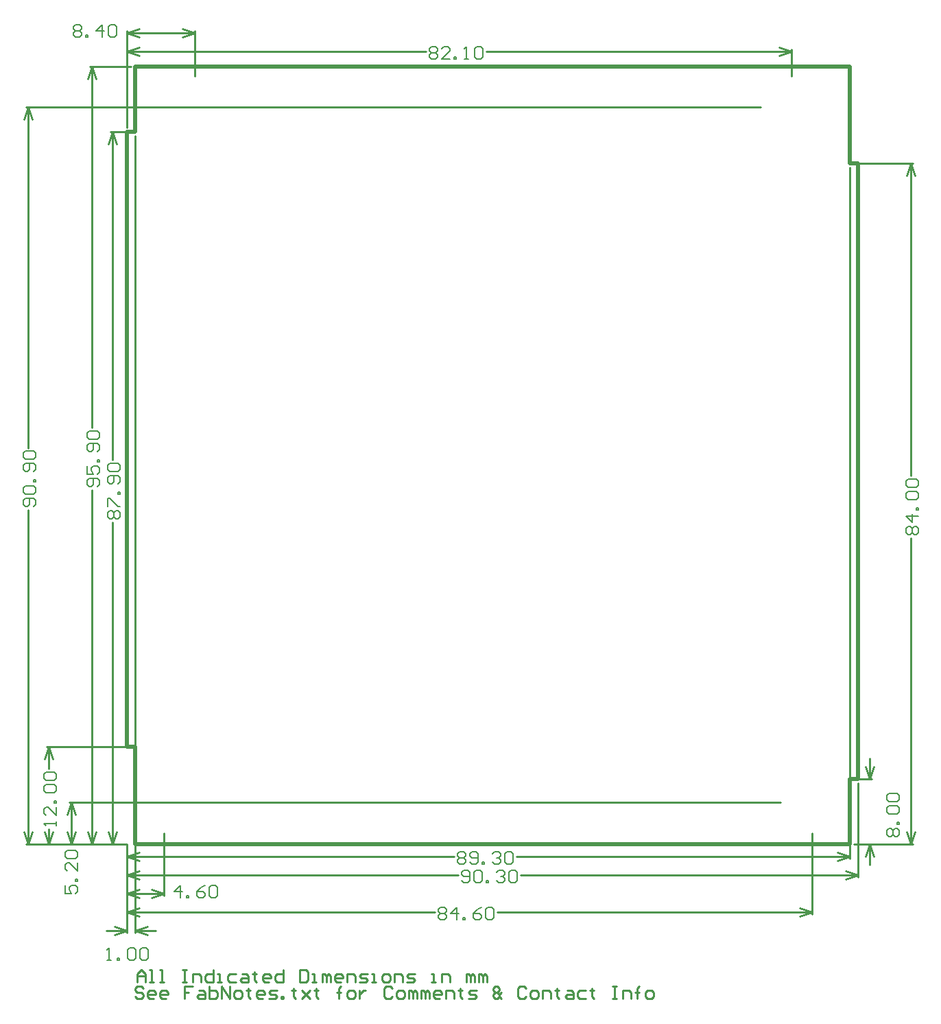
<source format=gm1>
%FSLAX25Y25*%
%MOIN*%
G70*
G01*
G75*
G04 Layer_Color=16711935*
%ADD10C,0.04000*%
G04:AMPARAMS|DCode=11|XSize=9.84mil|YSize=61.02mil|CornerRadius=0mil|HoleSize=0mil|Usage=FLASHONLY|Rotation=45.000|XOffset=0mil|YOffset=0mil|HoleType=Round|Shape=Round|*
%AMOVALD11*
21,1,0.05118,0.00984,0.00000,0.00000,135.0*
1,1,0.00984,0.01810,-0.01810*
1,1,0.00984,-0.01810,0.01810*
%
%ADD11OVALD11*%

G04:AMPARAMS|DCode=12|XSize=9.84mil|YSize=61.02mil|CornerRadius=0mil|HoleSize=0mil|Usage=FLASHONLY|Rotation=315.000|XOffset=0mil|YOffset=0mil|HoleType=Round|Shape=Round|*
%AMOVALD12*
21,1,0.05118,0.00984,0.00000,0.00000,45.0*
1,1,0.00984,-0.01810,-0.01810*
1,1,0.00984,0.01810,0.01810*
%
%ADD12OVALD12*%

%ADD13R,0.04528X0.05709*%
%ADD14R,0.05315X0.06102*%
%ADD15R,0.04134X0.05512*%
%ADD16R,0.03347X0.05118*%
%ADD17R,0.05118X0.06102*%
%ADD18O,0.02362X0.08661*%
%ADD19R,0.04528X0.03937*%
%ADD20R,0.03740X0.05315*%
%ADD21R,0.07500X0.04300*%
%ADD22R,0.03500X0.03900*%
%ADD23R,0.05709X0.04528*%
%ADD24R,0.05118X0.03347*%
%ADD25R,0.09449X0.02992*%
%ADD26R,0.07500X0.02800*%
%ADD27R,0.02800X0.07500*%
%ADD28O,0.07480X0.02362*%
%ADD29C,0.00800*%
%ADD30C,0.01600*%
%ADD31C,0.00787*%
%ADD32C,0.27559*%
%ADD33C,0.18740*%
%ADD34R,0.06654X0.06654*%
%ADD35C,0.06654*%
%ADD36C,0.07000*%
%ADD37R,0.07000X0.07000*%
%ADD38C,0.11500*%
%ADD39C,0.01800*%
%ADD40C,0.04000*%
%ADD41C,0.16598*%
G04:AMPARAMS|DCode=42|XSize=185.197mil|YSize=185.197mil|CornerRadius=0mil|HoleSize=0mil|Usage=FLASHONLY|Rotation=0.000|XOffset=0mil|YOffset=0mil|HoleType=Round|Shape=Relief|Width=10mil|Gap=10mil|Entries=4|*
%AMTHD42*
7,0,0,0.18520,0.16520,0.01000,45*
%
%ADD42THD42*%
%ADD43C,0.08291*%
G04:AMPARAMS|DCode=44|XSize=102.913mil|YSize=102.913mil|CornerRadius=0mil|HoleSize=0mil|Usage=FLASHONLY|Rotation=0.000|XOffset=0mil|YOffset=0mil|HoleType=Round|Shape=Relief|Width=10mil|Gap=10mil|Entries=4|*
%AMTHD44*
7,0,0,0.10291,0.08291,0.01000,45*
%
%ADD44THD44*%
%ADD45C,0.08700*%
G04:AMPARAMS|DCode=46|XSize=107mil|YSize=107mil|CornerRadius=0mil|HoleSize=0mil|Usage=FLASHONLY|Rotation=0.000|XOffset=0mil|YOffset=0mil|HoleType=Round|Shape=Relief|Width=10mil|Gap=10mil|Entries=4|*
%AMTHD46*
7,0,0,0.10700,0.08700,0.01000,45*
%
%ADD46THD46*%
%ADD47C,0.12000*%
G04:AMPARAMS|DCode=48|XSize=140mil|YSize=140mil|CornerRadius=0mil|HoleSize=0mil|Usage=FLASHONLY|Rotation=0.000|XOffset=0mil|YOffset=0mil|HoleType=Round|Shape=Relief|Width=10mil|Gap=10mil|Entries=4|*
%AMTHD48*
7,0,0,0.14000,0.12000,0.01000,45*
%
%ADD48THD48*%
G04:AMPARAMS|DCode=49|XSize=68mil|YSize=68mil|CornerRadius=0mil|HoleSize=0mil|Usage=FLASHONLY|Rotation=0.000|XOffset=0mil|YOffset=0mil|HoleType=Round|Shape=Relief|Width=10mil|Gap=10mil|Entries=4|*
%AMTHD49*
7,0,0,0.06800,0.04800,0.01000,45*
%
%ADD49THD49*%
%ADD50C,0.04800*%
%ADD51C,0.16520*%
%ADD52C,0.00984*%
%ADD53C,0.02362*%
%ADD54C,0.01000*%
%ADD55C,0.01575*%
%ADD56C,0.01969*%
%ADD57C,0.03000*%
%ADD58C,0.00200*%
%ADD59C,0.00591*%
G04:AMPARAMS|DCode=60|XSize=17.84mil|YSize=69.02mil|CornerRadius=0mil|HoleSize=0mil|Usage=FLASHONLY|Rotation=45.000|XOffset=0mil|YOffset=0mil|HoleType=Round|Shape=Round|*
%AMOVALD60*
21,1,0.05118,0.01784,0.00000,0.00000,135.0*
1,1,0.01784,0.01810,-0.01810*
1,1,0.01784,-0.01810,0.01810*
%
%ADD60OVALD60*%

G04:AMPARAMS|DCode=61|XSize=17.84mil|YSize=69.02mil|CornerRadius=0mil|HoleSize=0mil|Usage=FLASHONLY|Rotation=315.000|XOffset=0mil|YOffset=0mil|HoleType=Round|Shape=Round|*
%AMOVALD61*
21,1,0.05118,0.01784,0.00000,0.00000,45.0*
1,1,0.01784,-0.01810,-0.01810*
1,1,0.01784,0.01810,0.01810*
%
%ADD61OVALD61*%

%ADD62R,0.05328X0.06509*%
%ADD63R,0.06115X0.06902*%
%ADD64R,0.04934X0.06312*%
%ADD65R,0.04147X0.05918*%
%ADD66R,0.05918X0.06902*%
%ADD67O,0.03162X0.09461*%
%ADD68R,0.05328X0.04737*%
%ADD69R,0.04540X0.06115*%
%ADD70R,0.08300X0.05100*%
%ADD71R,0.04300X0.04700*%
%ADD72R,0.06509X0.05328*%
%ADD73R,0.05918X0.04147*%
%ADD74R,0.10249X0.03792*%
%ADD75R,0.08300X0.03600*%
%ADD76R,0.03600X0.08300*%
%ADD77O,0.08280X0.03162*%
%ADD78C,0.28359*%
%ADD79C,0.19540*%
%ADD80R,0.07453X0.07453*%
%ADD81C,0.07453*%
%ADD82C,0.07800*%
%ADD83R,0.07800X0.07800*%
%ADD84C,0.12300*%
%ADD85C,0.02600*%
%ADD86C,0.01969*%
%ADD87C,0.00600*%
D54*
X-39000Y0D02*
X0D01*
X-39000Y47244D02*
X1953D01*
X-38000Y0D02*
Y7426D01*
Y36618D02*
Y47244D01*
Y0D02*
X-36000Y6000D01*
X-40000D02*
X-38000Y0D01*
X-40000Y41244D02*
X-38000Y47244D01*
X-36000Y41244D01*
X-8000Y0D02*
X0D01*
X-8000Y346063D02*
X1953D01*
X-7000Y0D02*
Y156336D01*
Y186527D02*
Y346063D01*
Y0D02*
X-5000Y6000D01*
X-9000D02*
X-7000Y0D01*
X-9000Y340063D02*
X-7000Y346063D01*
X-5000Y340063D01*
X-18000Y0D02*
X0D01*
X-18000Y377559D02*
X1953D01*
X-17000Y0D02*
Y172084D01*
Y202275D02*
Y377559D01*
Y0D02*
X-15000Y6000D01*
X-19000D02*
X-17000Y0D01*
X-19000Y371559D02*
X-17000Y377559D01*
X-15000Y371559D01*
X0Y-16000D02*
Y0D01*
X355512Y-16000D02*
Y29512D01*
X0Y-15000D02*
X161060D01*
X191252D02*
X355512D01*
X0D02*
X6000Y-17000D01*
X0Y-15000D02*
X6000Y-13000D01*
X349512D02*
X355512Y-15000D01*
X349512Y-17000D02*
X355512Y-15000D01*
X3937Y-43000D02*
Y344079D01*
X0Y-43000D02*
Y0D01*
X-10000Y-42000D02*
X0D01*
X3937D02*
X13937D01*
X-6000Y-40000D02*
X0Y-42000D01*
X-6000Y-44000D02*
X0Y-42000D01*
X3937D02*
X9937Y-44000D01*
X3937Y-42000D02*
X9937Y-40000D01*
X351575Y-7000D02*
Y328724D01*
X0Y-7000D02*
Y0D01*
X189283Y-6000D02*
X351575D01*
X0D02*
X159092D01*
X345575Y-4000D02*
X351575Y-6000D01*
X345575Y-8000D02*
X351575Y-6000D01*
X0D02*
X6000Y-8000D01*
X0Y-6000D02*
X6000Y-4000D01*
X353559Y31496D02*
X362000D01*
X353559Y0D02*
X362000D01*
X361000Y-10000D02*
Y0D01*
Y31496D02*
Y41496D01*
X359000Y-6000D02*
X361000Y0D01*
X363000Y-6000D01*
X361000Y31496D02*
X363000Y37496D01*
X359000D02*
X361000Y31496D01*
X353559Y330709D02*
X382000D01*
X353559Y0D02*
X382000D01*
X381000Y178850D02*
Y330709D01*
Y0D02*
Y148659D01*
X379000Y324709D02*
X381000Y330709D01*
X383000Y324709D01*
X381000Y0D02*
X383000Y6000D01*
X379000D02*
X381000Y0D01*
X18110Y-25000D02*
Y5293D01*
X0Y-25000D02*
Y0D01*
X9055Y-24000D02*
X18110D01*
X0D02*
X9055D01*
X12110Y-22000D02*
X18110Y-24000D01*
X12110Y-26000D02*
X18110Y-24000D01*
X0D02*
X6000Y-26000D01*
X0Y-24000D02*
X6000Y-22000D01*
X333071Y-34000D02*
Y5293D01*
X0Y-34000D02*
Y0D01*
X180031Y-33000D02*
X333071D01*
X0D02*
X149840D01*
X327071Y-31000D02*
X333071Y-33000D01*
X327071Y-35000D02*
X333071Y-33000D01*
X0D02*
X6000Y-35000D01*
X0Y-33000D02*
X6000Y-31000D01*
X-28000Y0D02*
X0D01*
X-28000Y20472D02*
X317891D01*
X-27000Y0D02*
Y10236D01*
Y20472D01*
Y0D02*
X-25000Y6000D01*
X-29000D02*
X-27000Y0D01*
X-29000Y14472D02*
X-27000Y20472D01*
X-25000Y14472D01*
X-49000Y357874D02*
X308049D01*
X-49000Y0D02*
X0D01*
X-48000Y192433D02*
Y357874D01*
Y0D02*
Y162241D01*
X-50000Y351874D02*
X-48000Y357874D01*
X-46000Y351874D01*
X-48000Y0D02*
X-46000Y6000D01*
X-50000D02*
X-48000Y0D01*
X33071Y373054D02*
Y395000D01*
X0Y348047D02*
Y395000D01*
X16535Y394000D02*
X33071D01*
X0D02*
X16535D01*
X27071Y396000D02*
X33071Y394000D01*
X27071Y392000D02*
X33071Y394000D01*
X0D02*
X6000Y392000D01*
X0Y394000D02*
X6000Y396000D01*
X323228Y373054D02*
Y386000D01*
X0Y348047D02*
Y386000D01*
X174610Y385000D02*
X323228D01*
X0D02*
X145418D01*
X317228Y387000D02*
X323228Y385000D01*
X317228Y383000D02*
X323228Y385000D01*
X0D02*
X6000Y383000D01*
X0Y385000D02*
X6000Y387000D01*
X7999Y-70002D02*
X6999Y-69002D01*
X5000D01*
X4000Y-70002D01*
Y-71001D01*
X5000Y-72001D01*
X6999D01*
X7999Y-73001D01*
Y-74000D01*
X6999Y-75000D01*
X5000D01*
X4000Y-74000D01*
X12997Y-75000D02*
X10998D01*
X9998Y-74000D01*
Y-72001D01*
X10998Y-71001D01*
X12997D01*
X13997Y-72001D01*
Y-73001D01*
X9998D01*
X18995Y-75000D02*
X16996D01*
X15996Y-74000D01*
Y-72001D01*
X16996Y-71001D01*
X18995D01*
X19995Y-72001D01*
Y-73001D01*
X15996D01*
X31991Y-69002D02*
X27992D01*
Y-72001D01*
X29992D01*
X27992D01*
Y-75000D01*
X34990Y-71001D02*
X36989D01*
X37989Y-72001D01*
Y-75000D01*
X34990D01*
X33990Y-74000D01*
X34990Y-73001D01*
X37989D01*
X39988Y-69002D02*
Y-75000D01*
X42987D01*
X43987Y-74000D01*
Y-73001D01*
Y-72001D01*
X42987Y-71001D01*
X39988D01*
X45986Y-75000D02*
Y-69002D01*
X49985Y-75000D01*
Y-69002D01*
X52984Y-75000D02*
X54984D01*
X55983Y-74000D01*
Y-72001D01*
X54984Y-71001D01*
X52984D01*
X51985Y-72001D01*
Y-74000D01*
X52984Y-75000D01*
X58982Y-70002D02*
Y-71001D01*
X57982D01*
X59982D01*
X58982D01*
Y-74000D01*
X59982Y-75000D01*
X65980D02*
X63981D01*
X62981Y-74000D01*
Y-72001D01*
X63981Y-71001D01*
X65980D01*
X66980Y-72001D01*
Y-73001D01*
X62981D01*
X68979Y-75000D02*
X71978D01*
X72978Y-74000D01*
X71978Y-73001D01*
X69979D01*
X68979Y-72001D01*
X69979Y-71001D01*
X72978D01*
X74977Y-75000D02*
Y-74000D01*
X75977D01*
Y-75000D01*
X74977D01*
X80975Y-70002D02*
Y-71001D01*
X79975D01*
X81975D01*
X80975D01*
Y-74000D01*
X81975Y-75000D01*
X84974Y-71001D02*
X88973Y-75000D01*
X86973Y-73001D01*
X88973Y-71001D01*
X84974Y-75000D01*
X91971Y-70002D02*
Y-71001D01*
X90972D01*
X92971D01*
X91971D01*
Y-74000D01*
X92971Y-75000D01*
X102968D02*
Y-70002D01*
Y-72001D01*
X101968D01*
X103968D01*
X102968D01*
Y-70002D01*
X103968Y-69002D01*
X107966Y-75000D02*
X109966D01*
X110965Y-74000D01*
Y-72001D01*
X109966Y-71001D01*
X107966D01*
X106967Y-72001D01*
Y-74000D01*
X107966Y-75000D01*
X112965Y-71001D02*
Y-75000D01*
Y-73001D01*
X113964Y-72001D01*
X114964Y-71001D01*
X115964D01*
X128960Y-70002D02*
X127960Y-69002D01*
X125961D01*
X124961Y-70002D01*
Y-74000D01*
X125961Y-75000D01*
X127960D01*
X128960Y-74000D01*
X131959Y-75000D02*
X133958D01*
X134958Y-74000D01*
Y-72001D01*
X133958Y-71001D01*
X131959D01*
X130959Y-72001D01*
Y-74000D01*
X131959Y-75000D01*
X136957D02*
Y-71001D01*
X137957D01*
X138956Y-72001D01*
Y-75000D01*
Y-72001D01*
X139956Y-71001D01*
X140956Y-72001D01*
Y-75000D01*
X142955D02*
Y-71001D01*
X143955D01*
X144954Y-72001D01*
Y-75000D01*
Y-72001D01*
X145954Y-71001D01*
X146954Y-72001D01*
Y-75000D01*
X151952D02*
X149953D01*
X148953Y-74000D01*
Y-72001D01*
X149953Y-71001D01*
X151952D01*
X152952Y-72001D01*
Y-73001D01*
X148953D01*
X154951Y-75000D02*
Y-71001D01*
X157950D01*
X158950Y-72001D01*
Y-75000D01*
X161949Y-70002D02*
Y-71001D01*
X160949D01*
X162949D01*
X161949D01*
Y-74000D01*
X162949Y-75000D01*
X165948D02*
X168947D01*
X169946Y-74000D01*
X168947Y-73001D01*
X166947D01*
X165948Y-72001D01*
X166947Y-71001D01*
X169946D01*
X181942Y-75000D02*
X180943Y-74000D01*
X179943Y-75000D01*
X178943D01*
X177944Y-74000D01*
Y-73001D01*
X178943Y-72001D01*
X177944Y-71001D01*
Y-70002D01*
X178943Y-69002D01*
X179943D01*
X180943Y-70002D01*
Y-71001D01*
X179943Y-72001D01*
X180943Y-73001D01*
Y-74000D01*
X181942Y-72001D02*
X180943Y-73001D01*
X178943Y-72001D02*
X179943D01*
X193939Y-70002D02*
X192939Y-69002D01*
X190939D01*
X189940Y-70002D01*
Y-74000D01*
X190939Y-75000D01*
X192939D01*
X193939Y-74000D01*
X196938Y-75000D02*
X198937D01*
X199937Y-74000D01*
Y-72001D01*
X198937Y-71001D01*
X196938D01*
X195938Y-72001D01*
Y-74000D01*
X196938Y-75000D01*
X201936D02*
Y-71001D01*
X204935D01*
X205935Y-72001D01*
Y-75000D01*
X208934Y-70002D02*
Y-71001D01*
X207934D01*
X209933D01*
X208934D01*
Y-74000D01*
X209933Y-75000D01*
X213932Y-71001D02*
X215931D01*
X216931Y-72001D01*
Y-75000D01*
X213932D01*
X212932Y-74000D01*
X213932Y-73001D01*
X216931D01*
X222929Y-71001D02*
X219930D01*
X218931Y-72001D01*
Y-74000D01*
X219930Y-75000D01*
X222929D01*
X225928Y-70002D02*
Y-71001D01*
X224928D01*
X226928D01*
X225928D01*
Y-74000D01*
X226928Y-75000D01*
X235925Y-69002D02*
X237924D01*
X236925D01*
Y-75000D01*
X235925D01*
X237924D01*
X240923D02*
Y-71001D01*
X243922D01*
X244922Y-72001D01*
Y-75000D01*
X247921D02*
Y-70002D01*
Y-72001D01*
X246921D01*
X248921D01*
X247921D01*
Y-70002D01*
X248921Y-69002D01*
X252920Y-75000D02*
X254919D01*
X255919Y-74000D01*
Y-72001D01*
X254919Y-71001D01*
X252920D01*
X251920Y-72001D01*
Y-74000D01*
X252920Y-75000D01*
X5000Y-67000D02*
Y-63001D01*
X6999Y-61002D01*
X8999Y-63001D01*
Y-67000D01*
Y-64001D01*
X5000D01*
X10998Y-67000D02*
X12997D01*
X11998D01*
Y-61002D01*
X10998D01*
X15996Y-67000D02*
X17996D01*
X16996D01*
Y-61002D01*
X15996D01*
X26993D02*
X28992D01*
X27993D01*
Y-67000D01*
X26993D01*
X28992D01*
X31991D02*
Y-63001D01*
X34990D01*
X35990Y-64001D01*
Y-67000D01*
X41988Y-61002D02*
Y-67000D01*
X38989D01*
X37989Y-66000D01*
Y-64001D01*
X38989Y-63001D01*
X41988D01*
X43987Y-67000D02*
X45987D01*
X44987D01*
Y-63001D01*
X43987D01*
X52984D02*
X49985D01*
X48986Y-64001D01*
Y-66000D01*
X49985Y-67000D01*
X52984D01*
X55984Y-63001D02*
X57983D01*
X58982Y-64001D01*
Y-67000D01*
X55984D01*
X54984Y-66000D01*
X55984Y-65001D01*
X58982D01*
X61982Y-62002D02*
Y-63001D01*
X60982D01*
X62981D01*
X61982D01*
Y-66000D01*
X62981Y-67000D01*
X68979D02*
X66980D01*
X65980Y-66000D01*
Y-64001D01*
X66980Y-63001D01*
X68979D01*
X69979Y-64001D01*
Y-65001D01*
X65980D01*
X75977Y-61002D02*
Y-67000D01*
X72978D01*
X71978Y-66000D01*
Y-64001D01*
X72978Y-63001D01*
X75977D01*
X83974Y-61002D02*
Y-67000D01*
X86974D01*
X87973Y-66000D01*
Y-62002D01*
X86974Y-61002D01*
X83974D01*
X89973Y-67000D02*
X91972D01*
X90972D01*
Y-63001D01*
X89973D01*
X94971Y-67000D02*
Y-63001D01*
X95971D01*
X96970Y-64001D01*
Y-67000D01*
Y-64001D01*
X97970Y-63001D01*
X98970Y-64001D01*
Y-67000D01*
X103968D02*
X101969D01*
X100969Y-66000D01*
Y-64001D01*
X101969Y-63001D01*
X103968D01*
X104968Y-64001D01*
Y-65001D01*
X100969D01*
X106967Y-67000D02*
Y-63001D01*
X109966D01*
X110966Y-64001D01*
Y-67000D01*
X112965D02*
X115964D01*
X116964Y-66000D01*
X115964Y-65001D01*
X113965D01*
X112965Y-64001D01*
X113965Y-63001D01*
X116964D01*
X118963Y-67000D02*
X120963D01*
X119963D01*
Y-63001D01*
X118963D01*
X124961Y-67000D02*
X126961D01*
X127960Y-66000D01*
Y-64001D01*
X126961Y-63001D01*
X124961D01*
X123961Y-64001D01*
Y-66000D01*
X124961Y-67000D01*
X129960D02*
Y-63001D01*
X132959D01*
X133958Y-64001D01*
Y-67000D01*
X135958D02*
X138957D01*
X139956Y-66000D01*
X138957Y-65001D01*
X136957D01*
X135958Y-64001D01*
X136957Y-63001D01*
X139956D01*
X147954Y-67000D02*
X149953D01*
X148953D01*
Y-63001D01*
X147954D01*
X152952Y-67000D02*
Y-63001D01*
X155951D01*
X156951Y-64001D01*
Y-67000D01*
X164948D02*
Y-63001D01*
X165948D01*
X166948Y-64001D01*
Y-67000D01*
Y-64001D01*
X167947Y-63001D01*
X168947Y-64001D01*
Y-67000D01*
X170946D02*
Y-63001D01*
X171946D01*
X172946Y-64001D01*
Y-67000D01*
Y-64001D01*
X173945Y-63001D01*
X174945Y-64001D01*
Y-67000D01*
D86*
X3937Y0D02*
Y47244D01*
X0D02*
X3937D01*
X0D02*
Y346063D01*
X3937D01*
Y377559D01*
X351575D01*
Y330709D02*
Y377559D01*
X355512Y31496D02*
Y330709D01*
X351575Y31496D02*
X355512D01*
X351575Y0D02*
Y31496D01*
X15000Y0D02*
X351575D01*
X3937D02*
X15000D01*
X351575Y330709D02*
X355512D01*
D87*
X-34401Y9026D02*
Y11026D01*
Y10026D01*
X-40399D01*
X-39399Y9026D01*
X-34401Y18023D02*
Y14025D01*
X-38400Y18023D01*
X-39399D01*
X-40399Y17024D01*
Y15024D01*
X-39399Y14025D01*
X-34401Y20023D02*
X-35401D01*
Y21022D01*
X-34401D01*
Y20023D01*
X-39399Y25021D02*
X-40399Y26021D01*
Y28020D01*
X-39399Y29020D01*
X-35401D01*
X-34401Y28020D01*
Y26021D01*
X-35401Y25021D01*
X-39399D01*
Y31019D02*
X-40399Y32019D01*
Y34018D01*
X-39399Y35018D01*
X-35401D01*
X-34401Y34018D01*
Y32019D01*
X-35401Y31019D01*
X-39399D01*
X-8399Y157936D02*
X-9399Y158935D01*
Y160935D01*
X-8399Y161935D01*
X-7400D01*
X-6400Y160935D01*
X-5400Y161935D01*
X-4401D01*
X-3401Y160935D01*
Y158935D01*
X-4401Y157936D01*
X-5400D01*
X-6400Y158935D01*
X-7400Y157936D01*
X-8399D01*
X-6400Y158935D02*
Y160935D01*
X-9399Y163934D02*
Y167933D01*
X-8399D01*
X-4401Y163934D01*
X-3401D01*
Y169932D02*
X-4401D01*
Y170932D01*
X-3401D01*
Y169932D01*
X-4401Y174930D02*
X-3401Y175930D01*
Y177929D01*
X-4401Y178929D01*
X-8399D01*
X-9399Y177929D01*
Y175930D01*
X-8399Y174930D01*
X-7400D01*
X-6400Y175930D01*
Y178929D01*
X-8399Y180928D02*
X-9399Y181928D01*
Y183927D01*
X-8399Y184927D01*
X-4401D01*
X-3401Y183927D01*
Y181928D01*
X-4401Y180928D01*
X-8399D01*
X-14401Y173684D02*
X-13401Y174683D01*
Y176683D01*
X-14401Y177683D01*
X-18399D01*
X-19399Y176683D01*
Y174683D01*
X-18399Y173684D01*
X-17400D01*
X-16400Y174683D01*
Y177683D01*
X-19399Y183681D02*
Y179682D01*
X-16400D01*
X-17400Y181681D01*
Y182681D01*
X-16400Y183681D01*
X-14401D01*
X-13401Y182681D01*
Y180682D01*
X-14401Y179682D01*
X-13401Y185680D02*
X-14401D01*
Y186680D01*
X-13401D01*
Y185680D01*
X-14401Y190678D02*
X-13401Y191678D01*
Y193677D01*
X-14401Y194677D01*
X-18399D01*
X-19399Y193677D01*
Y191678D01*
X-18399Y190678D01*
X-17400D01*
X-16400Y191678D01*
Y194677D01*
X-18399Y196676D02*
X-19399Y197676D01*
Y199676D01*
X-18399Y200675D01*
X-14401D01*
X-13401Y199676D01*
Y197676D01*
X-14401Y196676D01*
X-18399D01*
X162660Y-17599D02*
X163660Y-18599D01*
X165659D01*
X166659Y-17599D01*
Y-13601D01*
X165659Y-12601D01*
X163660D01*
X162660Y-13601D01*
Y-14600D01*
X163660Y-15600D01*
X166659D01*
X168658Y-13601D02*
X169658Y-12601D01*
X171657D01*
X172657Y-13601D01*
Y-17599D01*
X171657Y-18599D01*
X169658D01*
X168658Y-17599D01*
Y-13601D01*
X174656Y-18599D02*
Y-17599D01*
X175656D01*
Y-18599D01*
X174656D01*
X179655Y-13601D02*
X180654Y-12601D01*
X182654D01*
X183653Y-13601D01*
Y-14600D01*
X182654Y-15600D01*
X181654D01*
X182654D01*
X183653Y-16600D01*
Y-17599D01*
X182654Y-18599D01*
X180654D01*
X179655Y-17599D01*
X185653Y-13601D02*
X186653Y-12601D01*
X188652D01*
X189652Y-13601D01*
Y-17599D01*
X188652Y-18599D01*
X186653D01*
X185653Y-17599D01*
Y-13601D01*
X-9628Y-56396D02*
X-7629D01*
X-8629D01*
Y-50398D01*
X-9628Y-51398D01*
X-4630Y-56396D02*
Y-55396D01*
X-3630D01*
Y-56396D01*
X-4630D01*
X368Y-51398D02*
X1368Y-50398D01*
X3368D01*
X4367Y-51398D01*
Y-55396D01*
X3368Y-56396D01*
X1368D01*
X368Y-55396D01*
Y-51398D01*
X6367D02*
X7366Y-50398D01*
X9366D01*
X10365Y-51398D01*
Y-55396D01*
X9366Y-56396D01*
X7366D01*
X6367Y-55396D01*
Y-51398D01*
X160692Y-4601D02*
X161691Y-3601D01*
X163691D01*
X164690Y-4601D01*
Y-5600D01*
X163691Y-6600D01*
X164690Y-7600D01*
Y-8599D01*
X163691Y-9599D01*
X161691D01*
X160692Y-8599D01*
Y-7600D01*
X161691Y-6600D01*
X160692Y-5600D01*
Y-4601D01*
X161691Y-6600D02*
X163691D01*
X166690Y-8599D02*
X167690Y-9599D01*
X169689D01*
X170688Y-8599D01*
Y-4601D01*
X169689Y-3601D01*
X167690D01*
X166690Y-4601D01*
Y-5600D01*
X167690Y-6600D01*
X170688D01*
X172688Y-9599D02*
Y-8599D01*
X173688D01*
Y-9599D01*
X172688D01*
X177686Y-4601D02*
X178686Y-3601D01*
X180685D01*
X181685Y-4601D01*
Y-5600D01*
X180685Y-6600D01*
X179686D01*
X180685D01*
X181685Y-7600D01*
Y-8599D01*
X180685Y-9599D01*
X178686D01*
X177686Y-8599D01*
X183684Y-4601D02*
X184684Y-3601D01*
X186683D01*
X187683Y-4601D01*
Y-8599D01*
X186683Y-9599D01*
X184684D01*
X183684Y-8599D01*
Y-4601D01*
X370398Y3651D02*
X369398Y4651D01*
Y6650D01*
X370398Y7650D01*
X371397D01*
X372397Y6650D01*
X373397Y7650D01*
X374396D01*
X375396Y6650D01*
Y4651D01*
X374396Y3651D01*
X373397D01*
X372397Y4651D01*
X371397Y3651D01*
X370398D01*
X372397Y4651D02*
Y6650D01*
X375396Y9650D02*
X374396D01*
Y10649D01*
X375396D01*
Y9650D01*
X370398Y14648D02*
X369398Y15647D01*
Y17647D01*
X370398Y18647D01*
X374396D01*
X375396Y17647D01*
Y15647D01*
X374396Y14648D01*
X370398D01*
Y20646D02*
X369398Y21646D01*
Y23645D01*
X370398Y24645D01*
X374396D01*
X375396Y23645D01*
Y21646D01*
X374396Y20646D01*
X370398D01*
X379601Y150259D02*
X378601Y151258D01*
Y153258D01*
X379601Y154257D01*
X380600D01*
X381600Y153258D01*
X382600Y154257D01*
X383599D01*
X384599Y153258D01*
Y151258D01*
X383599Y150259D01*
X382600D01*
X381600Y151258D01*
X380600Y150259D01*
X379601D01*
X381600Y151258D02*
Y153258D01*
X384599Y159256D02*
X378601D01*
X381600Y156257D01*
Y160256D01*
X384599Y162255D02*
X383599D01*
Y163254D01*
X384599D01*
Y162255D01*
X379601Y167253D02*
X378601Y168253D01*
Y170252D01*
X379601Y171252D01*
X383599D01*
X384599Y170252D01*
Y168253D01*
X383599Y167253D01*
X379601D01*
Y173251D02*
X378601Y174251D01*
Y176250D01*
X379601Y177250D01*
X383599D01*
X384599Y176250D01*
Y174251D01*
X383599Y173251D01*
X379601D01*
X25999Y-26000D02*
Y-20002D01*
X23000Y-23001D01*
X26999D01*
X28998Y-26000D02*
Y-25000D01*
X29998D01*
Y-26000D01*
X28998D01*
X37995Y-20002D02*
X35996Y-21002D01*
X33996Y-23001D01*
Y-25000D01*
X34996Y-26000D01*
X36996D01*
X37995Y-25000D01*
Y-24001D01*
X36996Y-23001D01*
X33996D01*
X39994Y-21002D02*
X40994Y-20002D01*
X42994D01*
X43993Y-21002D01*
Y-25000D01*
X42994Y-26000D01*
X40994D01*
X39994Y-25000D01*
Y-21002D01*
X151440Y-31601D02*
X152439Y-30601D01*
X154439D01*
X155438Y-31601D01*
Y-32600D01*
X154439Y-33600D01*
X155438Y-34600D01*
Y-35599D01*
X154439Y-36599D01*
X152439D01*
X151440Y-35599D01*
Y-34600D01*
X152439Y-33600D01*
X151440Y-32600D01*
Y-31601D01*
X152439Y-33600D02*
X154439D01*
X160437Y-36599D02*
Y-30601D01*
X157438Y-33600D01*
X161437D01*
X163436Y-36599D02*
Y-35599D01*
X164436D01*
Y-36599D01*
X163436D01*
X172433Y-30601D02*
X170434Y-31601D01*
X168434Y-33600D01*
Y-35599D01*
X169434Y-36599D01*
X171433D01*
X172433Y-35599D01*
Y-34600D01*
X171433Y-33600D01*
X168434D01*
X174432Y-31601D02*
X175432Y-30601D01*
X177431D01*
X178431Y-31601D01*
Y-35599D01*
X177431Y-36599D01*
X175432D01*
X174432Y-35599D01*
Y-31601D01*
X-29998Y-20001D02*
Y-24000D01*
X-26999D01*
X-27999Y-22001D01*
Y-21001D01*
X-26999Y-20001D01*
X-25000D01*
X-24000Y-21001D01*
Y-23000D01*
X-25000Y-24000D01*
X-24000Y-18002D02*
X-25000D01*
Y-17002D01*
X-24000D01*
Y-18002D01*
Y-9005D02*
Y-13004D01*
X-27999Y-9005D01*
X-28998D01*
X-29998Y-10005D01*
Y-12004D01*
X-28998Y-13004D01*
Y-7006D02*
X-29998Y-6006D01*
Y-4007D01*
X-28998Y-3007D01*
X-25000D01*
X-24000Y-4007D01*
Y-6006D01*
X-25000Y-7006D01*
X-28998D01*
X-45401Y163841D02*
X-44401Y164841D01*
Y166840D01*
X-45401Y167840D01*
X-49399D01*
X-50399Y166840D01*
Y164841D01*
X-49399Y163841D01*
X-48400D01*
X-47400Y164841D01*
Y167840D01*
X-49399Y169839D02*
X-50399Y170839D01*
Y172838D01*
X-49399Y173838D01*
X-45401D01*
X-44401Y172838D01*
Y170839D01*
X-45401Y169839D01*
X-49399D01*
X-44401Y175838D02*
X-45401D01*
Y176837D01*
X-44401D01*
Y175838D01*
X-45401Y180836D02*
X-44401Y181835D01*
Y183835D01*
X-45401Y184835D01*
X-49399D01*
X-50399Y183835D01*
Y181835D01*
X-49399Y180836D01*
X-48400D01*
X-47400Y181835D01*
Y184835D01*
X-49399Y186834D02*
X-50399Y187834D01*
Y189833D01*
X-49399Y190833D01*
X-45401D01*
X-44401Y189833D01*
Y187834D01*
X-45401Y186834D01*
X-49399D01*
X-26000Y396998D02*
X-25000Y397998D01*
X-23001D01*
X-22001Y396998D01*
Y395999D01*
X-23001Y394999D01*
X-22001Y393999D01*
Y393000D01*
X-23001Y392000D01*
X-25000D01*
X-26000Y393000D01*
Y393999D01*
X-25000Y394999D01*
X-26000Y395999D01*
Y396998D01*
X-25000Y394999D02*
X-23001D01*
X-20002Y392000D02*
Y393000D01*
X-19002D01*
Y392000D01*
X-20002D01*
X-12004D02*
Y397998D01*
X-15004Y394999D01*
X-11005D01*
X-9005Y396998D02*
X-8006Y397998D01*
X-6007D01*
X-5007Y396998D01*
Y393000D01*
X-6007Y392000D01*
X-8006D01*
X-9005Y393000D01*
Y396998D01*
X147018Y386399D02*
X148018Y387399D01*
X150017D01*
X151017Y386399D01*
Y385400D01*
X150017Y384400D01*
X151017Y383400D01*
Y382401D01*
X150017Y381401D01*
X148018D01*
X147018Y382401D01*
Y383400D01*
X148018Y384400D01*
X147018Y385400D01*
Y386399D01*
X148018Y384400D02*
X150017D01*
X157015Y381401D02*
X153016D01*
X157015Y385400D01*
Y386399D01*
X156016Y387399D01*
X154016D01*
X153016Y386399D01*
X159014Y381401D02*
Y382401D01*
X160014D01*
Y381401D01*
X159014D01*
X164013D02*
X166012D01*
X165013D01*
Y387399D01*
X164013Y386399D01*
X169011D02*
X170011Y387399D01*
X172010D01*
X173010Y386399D01*
Y382401D01*
X172010Y381401D01*
X170011D01*
X169011Y382401D01*
Y386399D01*
M02*

</source>
